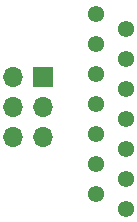
<source format=gbr>
%TF.GenerationSoftware,KiCad,Pcbnew,(5.1.10)-1*%
%TF.CreationDate,2022-01-02T17:44:00+01:00*%
%TF.ProjectId,3DESPWroverB,33444553-5057-4726-9f76-6572422e6b69,rev?*%
%TF.SameCoordinates,Original*%
%TF.FileFunction,Soldermask,Bot*%
%TF.FilePolarity,Negative*%
%FSLAX46Y46*%
G04 Gerber Fmt 4.6, Leading zero omitted, Abs format (unit mm)*
G04 Created by KiCad (PCBNEW (5.1.10)-1) date 2022-01-02 17:44:00*
%MOMM*%
%LPD*%
G01*
G04 APERTURE LIST*
%ADD10C,1.381000*%
%ADD11R,1.700000X1.700000*%
%ADD12O,1.700000X1.700000*%
G04 APERTURE END LIST*
D10*
%TO.C,J1*%
X163525200Y-65506600D03*
X160985200Y-64236600D03*
X163525200Y-62966600D03*
X160985200Y-61696600D03*
X163525200Y-60426600D03*
X160985200Y-59156600D03*
X163525200Y-57886600D03*
X160985200Y-56616600D03*
X163525200Y-55346600D03*
X160985200Y-54076600D03*
X163525200Y-52806600D03*
X160985200Y-51536600D03*
X163525200Y-50266600D03*
X160985200Y-48996600D03*
%TD*%
D11*
%TO.C,J10*%
X156540200Y-54356000D03*
D12*
X154000200Y-54356000D03*
X156540200Y-56896000D03*
X154000200Y-56896000D03*
X156540200Y-59436000D03*
X154000200Y-59436000D03*
%TD*%
M02*

</source>
